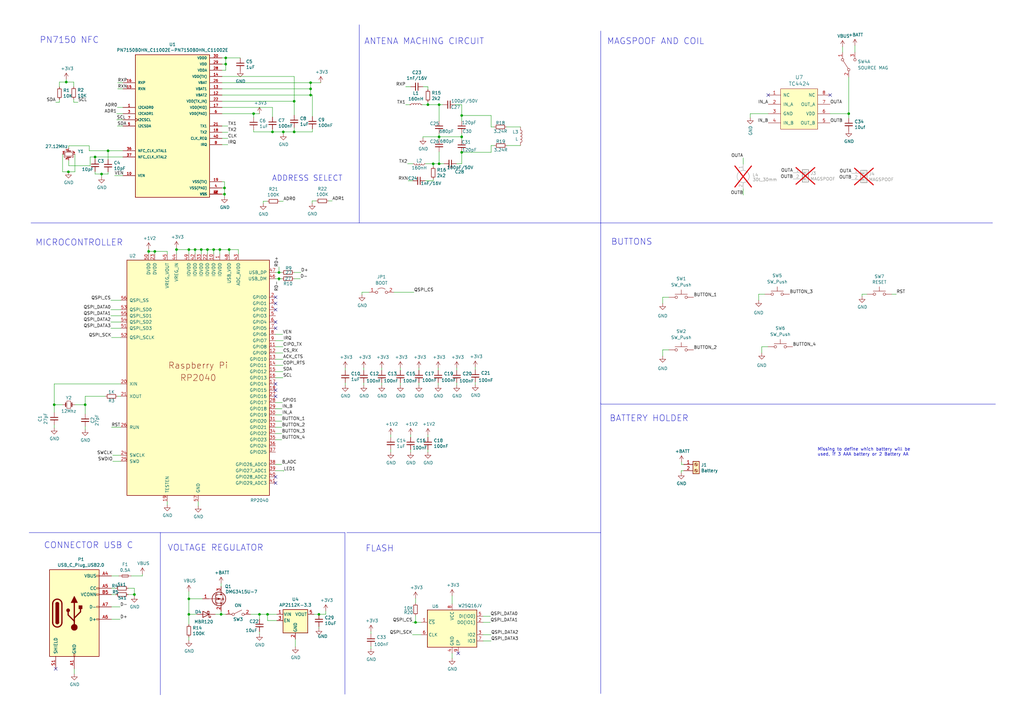
<source format=kicad_sch>
(kicad_sch (version 20250114) (generator "eeschema") (generator_version "9.0")
  (paper "A3")
  (text "ANTENA MACHING CIRCUIT" (at 149.352 18.542 0) (effects (font (size 2.54 2.54)) (justify left bottom)))
  (text "CONNECTOR USB C" (at 36.322 223.774 0) (effects (font (size 2.54 2.54))))
  (text "PN7150 NFC" (at 16.256 18.034 0) (effects (font (size 2.54 2.54)) (justify left bottom)))
  (text "BATTERY HOLDER" (at 266.192 171.704 0) (effects (font (size 2.54 2.54))))
  (text "BUTTONS" (at 259.08 99.314 0) (effects (font (size 2.54 2.54))))
  (text "MAGSPOOF AND COIL" (at 248.92 18.542 0) (effects (font (size 2.54 2.54)) (justify left bottom)))
  (text "Missing to define which battery will be \nused, if 3 AAA battery or 2 Battery AA" (exclude_from_sim yes) (at 335.28 185.42 0) (effects (font (size 1.27 1.27)) (justify left)))
  (text "MICROCONTROLLER" (at 14.478 101.092 0) (effects (font (size 2.54 2.54)) (justify left bottom)))
  (text "VOLTAGE REGULATOR" (at 88.392 224.79 0) (effects (font (size 2.54 2.54))))
  (text "FLASH" (at 149.86 226.568 0) (effects (font (size 2.54 2.54)) (justify left bottom)))
  (text "ADDRESS SELECT" (at 111.506 74.549 0) (effects (font (size 2.2606 2.2606)) (justify left bottom)))
  (junction (at 41.656 71.374))
  (junction (at 111.76 54.102))
  (junction (at 92.583 26.289))
  (junction (at 27.178 33.655))
  (junction (at 82.55 102.362))
  (junction (at 180.086 42.926))
  (junction (at 92.075 79.629))
  (junction (at 90.17 102.362))
  (junction (at 77.47 102.362))
  (junction (at 177.673 67.183))
  (junction (at 106.426 251.968))
  (junction (at 127.381 36.449))
  (junction (at 120.65 54.102))
  (junction (at 92.583 23.749))
  (junction (at 180.086 67.183))
  (junction (at 127.381 33.909))
  (junction (at 120.65 41.529))
  (junction (at 189.357 56.134))
  (junction (at 72.39 102.362))
  (junction (at 180.086 56.134))
  (junction (at 189.357 62.484))
  (junction (at 109.728 251.968))
  (junction (at 77.47 251.968))
  (junction (at 63.5 103.124))
  (junction (at 90.678 251.968))
  (junction (at 170.434 255.27))
  (junction (at 104.013 46.609))
  (junction (at 22.225 165.989))
  (junction (at 116.205 54.102))
  (junction (at 130.81 251.968))
  (junction (at 348.107 46.609))
  (junction (at 28.067 70.485))
  (junction (at 85.09 102.362))
  (junction (at 38.989 64.389))
  (junction (at 93.98 102.362))
  (junction (at 55.118 243.84))
  (junction (at 92.075 77.089))
  (junction (at 34.925 165.989))
  (junction (at 114.427 111.76))
  (junction (at 60.96 103.124))
  (junction (at 77.47 245.618))
  (junction (at 127.381 38.989))
  (junction (at 87.63 102.362))
  (junction (at 44.323 61.849))
  (junction (at 189.357 47.371))
  (junction (at 175.514 42.926))
  (junction (at 114.427 114.3))
  (junction (at 80.01 102.362))
  (no_connect (at 113.03 195.58))
  (no_connect (at 113.03 134.62))
  (no_connect (at 113.03 124.46))
  (no_connect (at 22.86 274.32))
  (no_connect (at 187.96 267.97))
  (no_connect (at 113.03 121.92))
  (no_connect (at 113.03 198.12))
  (no_connect (at 113.03 157.48))
  (no_connect (at 113.03 127))
  (no_connect (at 113.03 160.02))
  (no_connect (at 113.03 162.56))
  (no_connect (at 113.03 132.08))
  (no_connect (at 340.487 38.989))
  (no_connect (at 315.087 38.989))
  (wire (pts (xy 170.434 247.396) (xy 170.434 245.364)))
  (wire (pts (xy 93.98 102.362) (xy 90.17 102.362)))
  (wire (pts (xy 91.059 51.689) (xy 93.472 51.689)))
  (wire (pts (xy 49.53 129.54) (xy 45.466 129.54)))
  (wire (pts (xy 25.654 70.485) (xy 25.654 63.246)))
  (wire (pts (xy 50.419 49.149) (xy 47.879 49.149)))
  (wire (pts (xy 175.514 41.783) (xy 175.514 42.926)))
  (wire (pts (xy 177.673 74.168) (xy 174.371 74.168)))
  (wire (pts (xy 127.381 36.449) (xy 127.381 33.909)))
  (wire (pts (xy 52.578 241.3) (xy 55.118 241.3)))
  (wire (pts (xy 168.402 35.56) (xy 166.37 35.56)))
  (wire (pts (xy 365.76 120.65) (xy 367.665 120.65)))
  (wire (pts (xy 92.075 79.629) (xy 92.075 77.089)))
  (wire (pts (xy 207.899 59.69) (xy 213.487 59.69)))
  (wire (pts (xy 72.39 104.14) (xy 72.39 102.362)))
  (wire (pts (xy 27.178 33.655) (xy 27.178 32.512)))
  (wire (pts (xy 175.514 42.926) (xy 180.086 42.926)))
  (wire (pts (xy 82.55 102.362) (xy 85.09 102.362)))
  (wire (pts (xy 92.075 77.089) (xy 92.075 74.549)))
  (wire (pts (xy 151.384 119.888) (xy 148.463 119.888)))
  (wire (pts (xy 49.53 189.23) (xy 46.228 189.23)))
  (wire (pts (xy 114.427 114.3) (xy 115.57 114.3)))
  (wire (pts (xy 49.53 123.19) (xy 45.466 123.19)))
  (wire (pts (xy 49.53 162.56) (xy 48.26 162.56)))
  (wire (pts (xy 345.567 19.177) (xy 345.567 21.463)))
  (wire (pts (xy 77.47 251.968) (xy 77.47 245.618)))
  (wire (pts (xy 44.323 70.485) (xy 44.323 71.374)))
  (wire (pts (xy 38.989 64.389) (xy 50.419 64.389)))
  (wire (pts (xy 92.583 23.749) (xy 91.059 23.749)))
  (wire (pts (xy 340.487 46.609) (xy 348.107 46.609)))
  (wire (pts (xy 113.03 170.18) (xy 115.697 170.18)))
  (wire (pts (xy 90.678 240.538) (xy 90.678 239.268)))
  (wire (pts (xy 49.53 134.62) (xy 45.466 134.62)))
  (wire (pts (xy 53.848 236.22) (xy 58.42 236.22)))
  (wire (pts (xy 45.72 241.3) (xy 47.498 241.3)))
  (wire (pts (xy 311.15 120.65) (xy 311.15 123.19)))
  (wire (pts (xy 198.12 262.89) (xy 201.422 262.89)))
  (wire (pts (xy 80.01 104.14) (xy 80.01 102.362)))
  (wire (pts (xy 104.013 54.102) (xy 111.76 54.102)))
  (wire (pts (xy 314.96 142.24) (xy 312.42 142.24)))
  (wire (pts (xy 113.03 190.5) (xy 115.57 190.5)))
  (wire (pts (xy 130.81 257.048) (xy 130.81 257.683)))
  (wire (pts (xy 114.427 115.189) (xy 114.427 114.3)))
  (wire (pts (xy 180.086 62.23) (xy 180.086 67.183)))
  (wire (pts (xy 109.728 251.968) (xy 113.538 251.968)))
  (wire (pts (xy 104.013 46.609) (xy 106.426 46.609)))
  (wire (pts (xy 111.76 44.069) (xy 91.059 44.069)))
  (wire (pts (xy 45.72 248.92) (xy 49.276 248.92)))
  (wire (pts (xy 24.384 33.655) (xy 27.178 33.655)))
  (wire (pts (xy 168.021 42.926) (xy 166.37 42.926)))
  (wire (pts (xy 106.426 259.08) (xy 106.426 260.096)))
  (wire (pts (xy 180.086 56.134) (xy 180.086 57.15)))
  (wire (pts (xy 92.075 79.629) (xy 92.075 80.645)))
  (wire (pts (xy 72.39 102.362) (xy 72.39 101.6)))
  (wire (pts (xy 38.989 70.358) (xy 38.989 71.374)))
  (wire (pts (xy 50.419 51.689) (xy 48.133 51.689)))
  (wire (pts (xy 113.03 144.78) (xy 116.078 144.78)))
  (wire (pts (xy 116.205 54.102) (xy 120.65 54.102)))
  (wire (pts (xy 91.059 56.769) (xy 93.472 56.769)))
  (wire (pts (xy 38.989 65.278) (xy 38.989 64.389)))
  (wire (pts (xy 91.059 41.529) (xy 120.65 41.529)))
  (wire (pts (xy 194.945 156.718) (xy 194.945 157.734)))
  (wire (pts (xy 113.03 137.16) (xy 115.951 137.16)))
  (wire (pts (xy 91.059 54.229) (xy 93.472 54.229)))
  (wire (pts (xy 201.422 59.69) (xy 201.422 62.484)))
  (wire (pts (xy 274.32 143.51) (xy 271.78 143.51)))
  (wire (pts (xy 172.72 255.27) (xy 170.434 255.27)))
  (wire (pts (xy 93.98 104.14) (xy 93.98 102.362)))
  (wire (pts (xy 185.42 267.97) (xy 185.42 270.002)))
  (wire (pts (xy 50.419 61.849) (xy 44.323 61.849)))
  (wire (pts (xy 189.357 47.371) (xy 201.422 47.371)))
  (wire (pts (xy 85.09 104.14) (xy 85.09 102.362)))
  (wire (pts (xy 72.39 102.362) (xy 77.47 102.362)))
  (wire (pts (xy 130.81 251.968) (xy 133.604 251.968)))
  (wire (pts (xy 45.72 236.22) (xy 48.768 236.22)))
  (wire (pts (xy 198.12 260.35) (xy 201.422 260.35)))
  (wire (pts (xy 201.422 52.07) (xy 202.692 52.07)))
  (polyline (pts (xy 12.7 91.44) (xy 246.38 91.44)))
  (wire (pts (xy 49.53 127) (xy 45.466 127)))
  (wire (pts (xy 198.12 252.73) (xy 201.168 252.73)))
  (polyline (pts (xy 65.786 218.44) (xy 65.786 284.988)))
  (wire (pts (xy 77.47 261.239) (xy 77.47 262.636)))
  (wire (pts (xy 141.605 151.892) (xy 141.605 150.876)))
  (wire (pts (xy 186.69 42.926) (xy 189.357 42.926)))
  (wire (pts (xy 36.576 61.849) (xy 36.576 59.817)))
  (wire (pts (xy 68.58 103.124) (xy 63.5 103.124)))
  (wire (pts (xy 348.107 48.514) (xy 348.107 46.609)))
  (wire (pts (xy 120.65 54.102) (xy 128.143 54.102)))
  (wire (pts (xy 91.059 59.309) (xy 93.472 59.309)))
  (wire (pts (xy 179.705 156.972) (xy 179.705 157.988)))
  (wire (pts (xy 81.28 205.74) (xy 81.28 207.518)))
  (wire (pts (xy 44.323 65.405) (xy 44.323 61.849)))
  (wire (pts (xy 115.57 172.72) (xy 113.03 172.72)))
  (wire (pts (xy 24.384 41.91) (xy 22.86 41.91)))
  (wire (pts (xy 120.65 111.76) (xy 123.444 111.76)))
  (wire (pts (xy 77.47 251.968) (xy 77.47 256.159)))
  (wire (pts (xy 24.384 35.687) (xy 24.384 33.655)))
  (wire (pts (xy 350.647 18.669) (xy 350.647 21.463)))
  (wire (pts (xy 170.434 255.27) (xy 169.164 255.27)))
  (wire (pts (xy 355.6 120.65) (xy 353.568 120.65)))
  (wire (pts (xy 120.65 52.324) (xy 120.65 54.102)))
  (wire (pts (xy 304.8 64.77) (xy 304.8 67.31)))
  (wire (pts (xy 50.419 33.909) (xy 48.26 33.909)))
  (wire (pts (xy 202.819 59.69) (xy 201.422 59.69)))
  (wire (pts (xy 90.678 250.698) (xy 90.678 251.968)))
  (wire (pts (xy 113.03 114.3) (xy 114.427 114.3)))
  (wire (pts (xy 113.03 175.26) (xy 115.57 175.26)))
  (wire (pts (xy 113.03 177.8) (xy 115.57 177.8)))
  (wire (pts (xy 68.58 104.14) (xy 68.58 103.124)))
  (wire (pts (xy 91.059 26.289) (xy 92.583 26.289)))
  (wire (pts (xy 28.194 59.817) (xy 28.194 60.706)))
  (wire (pts (xy 60.96 104.14) (xy 60.96 103.124)))
  (polyline (pts (xy 246.38 12.7) (xy 246.38 91.44)))
  (wire (pts (xy 271.78 143.51) (xy 271.78 146.05)))
  (wire (pts (xy 111.76 53.086) (xy 111.76 54.102)))
  (wire (pts (xy 111.76 54.102) (xy 116.205 54.102)))
  (wire (pts (xy 68.58 205.74) (xy 68.58 207.01)))
  (polyline (pts (xy 11.938 218.44) (xy 65.786 218.44)))
  (wire (pts (xy 22.225 175.514) (xy 22.225 174.244)))
  (wire (pts (xy 36.957 64.389) (xy 38.989 64.389)))
  (wire (pts (xy 60.96 103.124) (xy 63.5 103.124)))
  (wire (pts (xy 50.419 46.609) (xy 47.879 46.609)))
  (wire (pts (xy 60.96 103.124) (xy 60.96 102.108)))
  (wire (pts (xy 27.178 33.655) (xy 30.226 33.655)))
  (wire (pts (xy 92.583 28.829) (xy 92.583 26.289)))
  (wire (pts (xy 49.53 186.69) (xy 46.228 186.69)))
  (wire (pts (xy 30.734 63.246) (xy 30.734 70.485)))
  (wire (pts (xy 91.059 28.829) (xy 92.583 28.829)))
  (wire (pts (xy 189.357 67.183) (xy 189.357 62.484)))
  (wire (pts (xy 97.79 104.14) (xy 97.79 102.362)))
  (wire (pts (xy 141.605 156.972) (xy 141.605 157.988)))
  (wire (pts (xy 187.325 151.892) (xy 187.325 150.876)))
  (wire (pts (xy 92.583 23.749) (xy 98.552 23.749)))
  (wire (pts (xy 274.32 121.92) (xy 271.78 121.92)))
  (wire (pts (xy 279.4 193.04) (xy 279.4 193.929)))
  (wire (pts (xy 24.384 40.767) (xy 24.384 41.91)))
  (wire (pts (xy 177.673 68.326) (xy 177.673 67.183)))
  (wire (pts (xy 22.225 165.989) (xy 25.654 165.989)))
  (wire (pts (xy 28.194 65.786) (xy 28.194 67.945)))
  (wire (pts (xy 104.013 46.609) (xy 104.013 48.133)))
  (wire (pts (xy 52.578 243.84) (xy 55.118 243.84)))
  (wire (pts (xy 127.381 33.909) (xy 131.572 33.909)))
  (wire (pts (xy 41.656 71.374) (xy 41.656 72.517)))
  (wire (pts (xy 189.357 42.926) (xy 189.357 47.371)))
  (wire (pts (xy 80.645 251.968) (xy 77.47 251.968)))
  (wire (pts (xy 30.48 274.32) (xy 30.48 276.352)))
  (wire (pts (xy 315.087 46.609) (xy 307.721 46.609)))
  (wire (pts (xy 168.402 179.324) (xy 168.402 178.308)))
  (polyline (pts (xy 246.38 218.44) (xy 246.38 284.48)))
  (polyline (pts (xy 407.035 91.44) (xy 407.035 91.44)))
  (wire (pts (xy 160.274 179.324) (xy 160.274 178.308)))
  (polyline (pts (xy 408.305 165.735) (xy 246.38 165.735)))
  (wire (pts (xy 152.146 265.049) (xy 152.146 266.065)))
  (wire (pts (xy 187.325 156.972) (xy 187.325 157.988)))
  (wire (pts (xy 91.059 31.369) (xy 120.65 31.369)))
  (wire (pts (xy 313.69 120.65) (xy 311.15 120.65)))
  (wire (pts (xy 30.734 165.989) (xy 34.925 165.989)))
  (wire (pts (xy 279.527 190.5) (xy 279.527 189.484)))
  (wire (pts (xy 55.118 243.84) (xy 55.118 244.475)))
  (wire (pts (xy 114.427 111.76) (xy 115.57 111.76)))
  (wire (pts (xy 55.118 241.3) (xy 55.118 243.84)))
  (wire (pts (xy 170.434 252.476) (xy 170.434 255.27)))
  (wire (pts (xy 133.604 251.968) (xy 133.604 250.571)))
  (wire (pts (xy 168.402 184.404) (xy 168.402 185.42)))
  (wire (pts (xy 45.72 254) (xy 49.276 254)))
  (wire (pts (xy 169.418 67.183) (xy 167.132 67.183)))
  (wire (pts (xy 160.274 184.404) (xy 160.274 185.42)))
  (wire (pts (xy 116.205 54.102) (xy 116.205 54.864)))
  (wire (pts (xy 116.332 193.04) (xy 116.332 193.294)))
  (wire (pts (xy 98.552 23.749) (xy 98.552 23.876)))
  (wire (pts (xy 156.591 156.972) (xy 156.591 157.988)))
  (polyline (pts (xy 65.786 218.44) (xy 141.478 218.44)))
  (wire (pts (xy 111.76 48.006) (xy 111.76 44.069)))
  (wire (pts (xy 280.416 193.04) (xy 279.4 193.04)))
  (wire (pts (xy 30.226 40.64) (xy 30.226 41.91)))
  (wire (pts (xy 50.419 36.449) (xy 48.26 36.449)))
  (wire (pts (xy 113.03 147.32) (xy 116.078 147.32)))
  (wire (pts (xy 58.42 236.22) (xy 58.42 235.458)))
  (wire (pts (xy 106.426 251.968) (xy 109.728 251.968)))
  (wire (pts (xy 77.47 104.14) (xy 77.47 102.362)))
  (wire (pts (xy 164.211 151.892) (xy 164.211 150.876)))
  (wire (pts (xy 50.419 72.009) (xy 46.99 72.009)))
  (wire (pts (xy 91.059 33.909) (xy 127.381 33.909)))
  (wire (pts (xy 189.357 56.134) (xy 180.086 56.134)))
  (wire (pts (xy 34.925 165.989) (xy 34.925 169.799)))
  (wire (pts (xy 120.65 41.529) (xy 120.65 47.244)))
  (wire (pts (xy 91.059 38.989) (xy 127.381 38.989)))
  (wire (pts (xy 127.381 38.989) (xy 127.381 36.449)))
  (wire (pts (xy 36.576 61.849) (xy 44.323 61.849)))
  (wire (pts (xy 80.01 102.362) (xy 82.55 102.362)))
  (wire (pts (xy 34.925 162.56) (xy 34.925 165.989)))
  (wire (pts (xy 91.059 46.609) (xy 104.013 46.609)))
  (wire (pts (xy 87.63 102.362) (xy 90.17 102.362)))
  (wire (pts (xy 97.79 102.362) (xy 93.98 102.362)))
  (polyline (pts (xy 246.38 165.735) (xy 246.38 165.1)))
  (polyline (pts (xy 147.32 10.16) (xy 147.32 91.44)))
  (wire (pts (xy 36.576 59.817) (xy 28.194 59.817)))
  (wire (pts (xy 175.514 42.926) (xy 173.101 42.926)))
  (wire (pts (xy 34.925 176.149) (xy 34.925 174.879)))
  (wire (pts (xy 175.514 184.404) (xy 175.514 185.42)))
  (wire (pts (xy 109.601 82.55) (xy 107.95 82.55)))
  (polyline (pts (xy 142.24 218.44) (xy 246.38 218.44)))
  (wire (pts (xy 113.03 193.04) (xy 116.332 193.04)))
  (wire (pts (xy 34.925 162.56) (xy 43.18 162.56)))
  (wire (pts (xy 92.075 74.549) (xy 91.059 74.549)))
  (wire (pts (xy 180.086 54.737) (xy 180.086 56.134)))
  (wire (pts (xy 180.086 42.926) (xy 181.61 42.926)))
  (wire (pts (xy 113.03 142.24) (xy 116.078 142.24)))
  (wire (pts (xy 106.426 254) (xy 106.426 251.968)))
  (wire (pts (xy 149.225 151.892) (xy 149.225 150.876)))
  (wire (pts (xy 77.47 245.618) (xy 77.47 242.57)))
  (wire (pts (xy 83.058 245.618) (xy 77.47 245.618)))
  (wire (pts (xy 30.226 33.655) (xy 30.226 35.56)))
  (polyline (pts (xy 246.38 91.44) (xy 246.38 218.44)))
  (wire (pts (xy 28.067 70.485) (xy 25.654 70.485)))
  (wire (pts (xy 304.8 80.01) (xy 304.8 77.47)))
  (wire (pts (xy 171.831 151.892) (xy 171.831 150.876)))
  (wire (pts (xy 22.225 157.48) (xy 22.225 165.989)))
  (wire (pts (xy 128.143 54.102) (xy 128.143 52.832)))
  (wire (pts (xy 148.463 119.888) (xy 148.463 120.904)))
  (wire (pts (xy 207.772 52.07) (xy 213.487 52.07)))
  (wire (pts (xy 198.12 255.27) (xy 201.168 255.27)))
  (wire (pts (xy 102.743 251.968) (xy 106.426 251.968)))
  (wire (pts (xy 113.03 111.76) (xy 114.427 111.76)))
  (wire (pts (xy 113.03 149.86) (xy 116.078 149.86)))
  (wire (pts (xy 348.107 31.623) (xy 348.107 46.609)))
  (wire (pts (xy 152.146 259.969) (xy 152.146 258.953)))
  (wire (pts (xy 50.419 44.069) (xy 48.133 44.069)))
  (wire (pts (xy 44.323 71.374) (xy 41.656 71.374)))
  (wire (pts (xy 194.945 151.638) (xy 194.945 150.622)))
  (wire (pts (xy 175.514 36.703) (xy 175.514 35.56)))
  (wire (pts (xy 171.831 156.972) (xy 171.831 157.988)))
  (wire (pts (xy 107.95 82.55) (xy 107.95 83.439)))
  (wire (pts (xy 113.03 180.34) (xy 115.57 180.34)))
  (wire (pts (xy 114.427 109.474) (xy 114.427 111.76)))
  (wire (pts (xy 128.778 251.968) (xy 130.81 251.968)))
  (wire (pts (xy 36.957 67.945) (xy 36.957 64.389)))
  (wire (pts (xy 49.53 138.43) (xy 45.72 138.43)))
  (wire (pts (xy 120.65 31.369) (xy 120.65 41.529)))
  (wire (pts (xy 136.271 82.423) (xy 134.747 82.423)))
  (wire (pts (xy 189.357 62.484) (xy 201.422 62.484)))
  (wire (pts (xy 127.381 38.989) (xy 128.143 38.989)))
  (wire (pts (xy 90.17 102.362) (xy 90.17 104.14)))
  (wire (pts (xy 189.357 57.404) (xy 189.357 56.134)))
  (wire (pts (xy 85.09 102.362) (xy 87.63 102.362)))
  (wire (pts (xy 161.544 119.888) (xy 169.799 119.888)))
  (wire (pts (xy 185.42 247.65) (xy 185.42 244.348)))
  (wire (pts (xy 109.728 254.508) (xy 113.538 254.508)))
  (wire (pts (xy 120.65 114.3) (xy 123.19 114.3)))
  (wire (pts (xy 128.016 82.423) (xy 128.016 83.312)))
  (wire (pts (xy 113.03 139.7) (xy 116.205 139.7)))
  (wire (pts (xy 63.5 103.124) (xy 63.5 104.14)))
  (wire (pts (xy 77.47 102.362) (xy 80.01 102.362)))
  (wire (pts (xy 113.03 152.4) (xy 116.078 152.4)))
  (wire (pts (xy 353.568 120.65) (xy 353.568 121.539)))
  (wire (pts (xy 91.059 79.629) (xy 92.075 79.629)))
  (wire (pts (xy 177.673 73.406) (xy 177.673 74.168)))
  (wire (pts (xy 109.728 254.508) (xy 109.728 251.968)))
  (wire (pts (xy 82.55 104.14) (xy 82.55 102.362)))
  (wire (pts (xy 180.086 56.134) (xy 173.482 56.134)))
  (wire (pts (xy 307.721 46.609) (xy 307.721 48.26)))
  (wire (pts (xy 22.225 165.989) (xy 22.225 169.164)))
  (wire (pts (xy 164.211 156.972) (xy 164.211 157.988)))
  (wire (pts (xy 30.226 41.91) (xy 32.004 41.91)))
  (wire (pts (xy 179.705 151.892) (xy 179.705 150.876)))
  (wire (pts (xy 113.03 167.64) (xy 115.697 167.64)))
  (wire (pts (xy 87.63 104.14) (xy 87.63 102.362)))
  (wire (pts (xy 104.013 53.213) (xy 104.013 54.102)))
  (wire (pts (xy 180.086 42.926) (xy 180.086 49.657)))
  (wire (pts (xy 113.03 165.1) (xy 115.824 165.1)))
  (wire (pts (xy 280.416 190.5) (xy 279.527 190.5)))
  (polyline (pts (xy 246.38 91.44) (xy 407.035 91.44)))
  (wire (pts (xy 182.118 67.183) (xy 180.086 67.183)))
  (wire (pts (xy 49.53 157.48) (xy 22.225 157.48)))
  (wire (pts (xy 189.357 47.371) (xy 189.357 49.657)))
  (wire (pts (xy 129.667 82.423) (xy 128.016 82.423)))
  (wire (pts (xy 91.059 77.089) (xy 92.075 77.089)))
  (wire (pts (xy 201.422 47.371) (xy 201.422 52.07)))
  (wire (pts (xy 49.53 175.26) (xy 45.72 175.26)))
  (wire (pts (xy 189.357 56.134) (xy 189.357 54.737)))
  (wire (pts (xy 173.482 56.134) (xy 173.482 56.642)))
  (wire (pts (xy 172.72 260.35) (xy 169.164 260.35)))
  (wire (pts (xy 128.143 38.989) (xy 128.143 47.752)))
  (wire (pts (xy 149.225 156.972) (xy 149.225 157.988)))
  (polyline (pts (xy 141.478 218.44) (xy 141.478 284.734)))
  (wire (pts (xy 90.678 251.968) (xy 88.265 251.968)))
  (wire (pts (xy 187.198 67.183) (xy 189.357 67.183)))
  (wire (pts (xy 45.72 243.84) (xy 47.498 243.84)))
  (wire (pts (xy 271.78 121.92) (xy 271.78 124.46)))
  (wire (pts (xy 177.673 67.183) (xy 174.498 67.183)))
  (wire (pts (xy 92.583 26.289) (xy 92.583 23.749)))
  (wire (pts (xy 175.514 35.56) (xy 173.482 35.56)))
  (wire (pts (xy 156.591 151.892) (xy 156.591 150.876)))
  (wire (pts (xy 49.53 132.08) (xy 45.466 132.08)))
  (wire (pts (xy 312.42 142.24) (xy 312.42 144.78)))
  (wire (pts (xy 116.205 82.55) (xy 114.681 82.55)))
  (wire (pts (xy 121.158 262.128) (xy 121.158 265.303)))
  (wire (pts (xy 91.059 36.449) (xy 127.381 36.449)))
  (wire (pts (xy 113.03 154.94) (xy 116.078 154.94)))
  (wire (pts (xy 30.734 70.485) (xy 28.067 70.485)))
  (wire (pts (xy 169.291 74.168) (xy 167.386 74.168)))
  (wire (pts (xy 38.989 71.374) (xy 41.656 71.374)))
  (wire (pts (xy 92.583 251.968) (xy 90.678 251.968)))
  (wire (pts (xy 175.514 179.324) (xy 175.514 178.308)))
  (wire (pts (xy 28.194 67.945) (xy 36.957 67.945)))
  (wire (pts (xy 180.086 67.183) (xy 177.673 67.183)))
  (label "IN_B" (at 315.087 50.419 180))
  (label "BUTTON_2" (at 115.57 175.26 0))
  (label "RD-" (at 114.427 115.189 270))
  (label "CS_RX" (at 116.078 144.78 0))
  (label "QSPI_DATA3" (at 201.422 262.89 0))
  (label "VEN" (at 46.99 72.009 0))
  (label "TX1" (at 93.472 51.689 0))
  (label "IRQ" (at 93.472 59.309 0))
  (label "TX2" (at 167.132 67.183 180))
  (label "QSPI_DATA2" (at 201.422 260.35 0))
  (label "IN_A" (at 315.087 42.799 180))
  (label "RST" (at 367.665 120.65 0))
  (label "IN_A" (at 115.697 170.18 0))
  (label "ADR0" (at 116.205 82.55 0))
  (label "RXP" (at 48.26 33.909 0))
  (label "SWCLK" (at 46.228 186.69 180))
  (label "CLK" (at 93.472 56.769 0))
  (label "BUTTON_4" (at 115.57 180.34 0))
  (label "QSPI_DATA3" (at 45.466 134.62 180))
  (label "BUTTON_4" (at 325.12 142.24 0))
  (label "BUTTON_3" (at 115.57 177.8 0))
  (label "B_ADC" (at 115.57 190.5 0))
  (label "RST" (at 45.72 175.26 0))
  (label "RXN" (at 167.386 74.168 180))
  (label "QSPI_DATA1" (at 45.466 129.54 180))
  (label "D+" (at 123.444 111.76 0))
  (label "QSPI_SCK" (at 169.164 260.35 180))
  (label "OUTA" (at 304.8 64.77 180))
  (label "SDA" (at 116.078 152.4 0))
  (label "COPI_RTS" (at 116.078 149.86 0))
  (label "TX2" (at 93.472 54.229 0))
  (label "OUTB" (at 325.247 73.406 180))
  (label "QSPI_DATA2" (at 45.466 132.08 180))
  (label "TX1" (at 166.37 42.926 180))
  (label "ADR0" (at 48.133 44.069 180))
  (label "SCL" (at 32.004 41.91 0))
  (label "OUTB" (at 349.25 73.66 180))
  (label "OUTB" (at 340.487 50.419 0))
  (label "LED1" (at 116.332 193.294 0))
  (label "SDA" (at 22.86 41.91 180))
  (label "ADR1" (at 136.271 82.423 0))
  (label "IRQ" (at 116.205 139.7 0))
  (label "OUTA" (at 340.487 42.799 0))
  (label "D-" (at 49.276 248.92 0))
  (label "RXP" (at 166.37 35.56 180))
  (label "SWDIO" (at 46.228 189.23 180))
  (label "OUTA" (at 325.247 70.866 180))
  (label "OUTA" (at 349.25 71.12 180))
  (label "QSPI_DATA0" (at 45.466 127 180))
  (label "OUTB" (at 304.8 80.01 180))
  (label "SCL" (at 47.879 49.149 0))
  (label "VEN" (at 115.951 137.16 0))
  (label "GPIO1" (at 115.824 165.1 0))
  (label "D-" (at 123.19 114.3 0))
  (label "BUTTON_1" (at 115.57 172.72 0))
  (label "QSPI_SCK" (at 45.72 138.43 180))
  (label "QSPI_CS" (at 169.799 119.888 0))
  (label "RD+" (at 114.427 109.474 90))
  (label "SCL" (at 116.078 154.94 0))
  (label "QSPI_CS" (at 45.466 123.19 180))
  (label "QSPI_DATA1" (at 201.168 255.27 0))
  (label "BUTTON_1" (at 284.48 121.92 0))
  (label "ACK_CTS" (at 116.078 147.32 0))
  (label "QSPI_DATA0" (at 201.168 252.73 0))
  (label "CIPO_TX" (at 116.078 142.24 0))
  (label "IN_B" (at 115.697 167.64 0))
  (label "BUTTON_3" (at 323.85 120.65 0))
  (label "ADR1" (at 47.879 46.609 180))
  (label "BUTTON_2" (at 284.48 143.51 0))
  (label "SDA" (at 48.133 51.689 0))
  (label "RXN" (at 48.26 36.449 0))
  (label "D+" (at 49.276 254 0))
  (label "QSPI_CS" (at 169.164 255.27 180))
  (symbol (lib_id "Device:C_Small") (at 141.605 154.432 0) (unit 1)
    (property "Reference" "C10" (at 143.9418 153.2636 0) (effects (justify left)))
    (property "Value" "1uF" (at 143.9418 155.575 0) (effects (justify left)))
    (property "Footprint" "Capacitor_SMD:C_0603_1608Metric" (effects (hide yes)))
    (property "Datasheet" "https://datasheet.lcsc.com/lcsc/1810261812_Samsung-Electro-Mechanics-CL10A105KB8NNNC_C15849.pdf" (effects (hide yes)))
    (property "LCSC#" "C15849" (effects (hide yes)))
    (property "provedor" "LCSC" (effects (hide yes)))
  )
  (symbol (lib_id "Switch:SW_Push") (at 360.68 120.65 0) (unit 1)
    (property "Reference" "SW7" (at 360.68 113.411 0))
    (property "Value" "RESET" (at 360.68 115.7224 0))
    (property "Footprint" "Button_Switch_SMD:SW_SPST_TL3342" (effects (hide yes)))
    (property "Datasheet" "https://datasheet.lcsc.com/lcsc/2205161616_E-Switch-TL3342F450QG_C2886897.pdf" (effects (hide yes)))
    (property "LCSC#" "C2886897" (effects (hide yes)))
    (property "provedor" "LCSC" (effects (hide yes)))
  )
  (symbol (lib_id "Device:C_Small") (at 38.989 67.818 0) (unit 1)
    (property "Reference" "C3" (at 40.005 66.04 0) (effects (justify left)))
    (property "Value" "10pF" (at 33.528 69.469 0) (effects (justify left)))
    (property "Footprint" "Capacitor_SMD:C_0603_1608Metric" (effects (hide yes)))
    (property "Datasheet" "https://datasheet.lcsc.com/lcsc/1912111437_CCTC-TCC0603COG100J500CT_C376764.pdf" (effects (hide yes)))
    (property "manf#" "CC0603JRNPO9BN100" (effects (hide yes)))
    (property "provedor" "LCSC" (effects (hide yes)))
    (property "LCSC#" "C106245" (effects (hide yes)))
  )
  (symbol (lib_id "power:GND") (at 164.211 157.988 0) (unit 1)
    (property "Reference" "#PWR038" (effects (hide yes)))
    (property "Value" "GND" (at 164.338 162.3822 0))
  )
  (symbol (lib_id "Device:R_Small") (at 118.11 111.76 270) (unit 1)
    (property "Reference" "R9" (at 118.364 109.982 90))
    (property "Value" "27" (at 118.364 111.76 90))
    (property "Footprint" "Resistor_SMD:R_0603_1608Metric" (effects (hide yes)))
    (property "Datasheet" "https://datasheet.lcsc.com/lcsc/1912111437_PANASONIC-ERJ3GEYJ270V_C403464.pdf" (effects (hide yes)))
    (property "LCSC#" "C403464" (effects (hide yes)))
    (property "manf#" "ERJ3GEYJ270V" (effects (hide yes)))
    (property "provedor" "LCSC" (effects (hide yes)))
  )
  (symbol (lib_id "power:+3V3") (at 141.605 150.876 0) (unit 1)
    (property "Reference" "#PWR024" (effects (hide yes)))
    (property "Value" "+3V3" (at 141.986 146.4818 0))
  )
  (symbol (lib_id "Switch:SW_DPDT_x2") (at 348.107 26.543 90) (unit 1)
    (property "Reference" "SW4" (at 351.79 25.2729 90) (effects (justify right)))
    (property "Value" "SOURCE MAG" (at 351.79 27.8129 90) (effects (justify right)))
    (property "Footprint" "BomberCat:JS202011CQN" (effects (hide yes)))
    (property "Datasheet" "https://www.mouser.mx/datasheet/2/60/js-1841892.pdf" (effects (hide yes)))
    (property "manf#" "JS202011CQN" (effects (hide yes)))
    (property "provedor" "MOUSER" (effects (hide yes)))
  )
  (symbol (lib_id "Device:C_Small") (at 164.211 154.432 0) (unit 1)
    (property "Reference" "C15" (at 166.5478 153.2636 0) (effects (justify left)))
    (property "Value" "100nF" (at 165.227 156.21 0) (effects (justify left)))
    (property "Footprint" "Capacitor_SMD:C_0603_1608Metric" (effects (hide yes)))
    (property "Datasheet" "https://datasheet.lcsc.com/lcsc/1912111437_CCTC-TCC0603COG100J500CT_C376764.pdf" (effects (hide yes)))
    (property "LCSC#" "C282519" (effects (hide yes)))
    (property "provedor" "LCSC" (effects (hide yes)))
  )
  (symbol (lib_id "Switch:SW_Push") (at 279.4 143.51 0) (unit 1)
    (property "Reference" "SW2" (at 279.4 135.89 0))
    (property "Value" "SW_Push" (at 279.4 138.43 0))
    (property "Description" "Push button switch, generic, two pins" (effects (hide yes)))
  )
  (symbol (lib_id "Device:Crystal_Small") (at 28.194 165.989 0) (unit 1)
    (property "Reference" "Y2" (at 28.194 163.1696 0))
    (property "Value" "12Mhz" (at 28.194 168.6306 0))
    (property "Footprint" "Crystal:Crystal_SMD_5032-2Pin_5.0x3.2mm" (effects (hide yes)))
    (property "Datasheet" "https://datasheet.lcsc.com/lcsc/2206171645_Shenzhen-SCTF-Elec-SX5A12-000F2010F30_C3035208.pdf" (effects (hide yes)))
    (property "manf#" "445I23D12M00000" (effects (hide yes)))
    (property "provedor" "MOUSER" (effects (hide yes)))
  )
  (symbol (lib_id "power:GND") (at 55.118 244.475 0) (unit 1)
    (property "Reference" "#PWR07" (effects (hide yes)))
    (property "Value" "GND" (at 55.245 248.8692 0))
  )
  (symbol (lib_id "Device:C_Small") (at 120.65 49.784 0) (unit 1)
    (property "Reference" "C8" (at 122.9868 48.6156 0) (effects (justify left)))
    (property "Value" "1uF" (at 122.9868 50.927 0) (effects (justify left)))
    (property "Footprint" "Capacitor_SMD:C_0603_1608Metric" (effects (hide yes)))
    (property "Datasheet" "https://datasheet.lcsc.com/lcsc/1810261812_Samsung-Electro-Mechanics-CL10A105KB8NNNC_C15849.pdf" (effects (hide yes)))
    (property "provedor" "LCSC" (effects (hide yes)))
    (property "LCSC#" "C15849" (effects (hide yes)))
  )
  (symbol (lib_id "power:+3V3") (at 185.42 244.348 0) (unit 1)
    (property "Reference" "#PWR075" (effects (hide yes)))
    (property "Value" "+3V3" (at 185.801 239.9538 0))
  )
  (symbol (lib_id "Device:C_Small") (at 160.274 181.864 0) (unit 1)
    (property "Reference" "C14" (at 162.6108 180.6956 0) (effects (justify left)))
    (property "Value" "1uF" (at 162.6108 183.007 0) (effects (justify left)))
    (property "Footprint" "Capacitor_SMD:C_0603_1608Metric" (effects (hide yes)))
    (property "Datasheet" "https://datasheet.lcsc.com/lcsc/1810261812_Samsung-Electro-Mechanics-CL10A105KB8NNNC_C15849.pdf" (effects (hide yes)))
    (property "LCSC#" "C15849" (effects (hide yes)))
    (property "provedor" "LCSC" (effects (hide yes)))
  )
  (symbol (lib_id "power:GND") (at 179.705 157.988 0) (unit 1)
    (property "Reference" "#PWR050" (effects (hide yes)))
    (property "Value" "GND" (at 179.832 162.3822 0))
  )
  (symbol (lib_id "power:GND") (at 353.568 121.539 0) (unit 1)
    (property "Reference" "#PWR044" (effects (hide yes)))
    (property "Value" "GND" (at 353.695 125.9332 0))
  )
  (symbol (lib_id "Connector:Screw_Terminal_01x02") (at 285.496 190.5 0) (unit 1)
    (property "Reference" "J1" (at 287.528 190.7032 0) (effects (justify left)))
    (property "Value" "Battery" (at 287.528 193.0146 0) (effects (justify left)))
    (property "Footprint" "Connector_PinHeader_2.54mm:PinHeader_1x02_P2.54mm_Vertical" (effects (hide yes)))
    (property "LCSC#" "-" (effects (hide yes)))
    (property "manf#" "-" (effects (hide yes)))
    (property "provedor" "-" (effects (hide yes)))
  )
  (symbol (lib_id "power:GND") (at 168.402 185.42 0) (unit 1)
    (property "Reference" "#PWR043" (effects (hide yes)))
    (property "Value" "GND" (at 168.529 189.8142 0))
  )
  (symbol (lib_id "power:+3V3") (at 131.572 33.909 0) (unit 1)
    (property "Reference" "#PWR022" (effects (hide yes)))
    (property "Value" "+3V3" (at 131.953 29.5148 0))
  )
  (symbol (lib_id "nfc_copy_cat-rescue:GND-MagSpoofTC-cache") (at 307.721 48.26 0) (unit 1)
    (property "Reference" "#PWR073" (effects (hide yes)))
    (property "Value" "GND" (at 307.848 51.5112 90) (effects (justify right)))
  )
  (symbol (lib_id "Device:Q_PMOS_GSD") (at 88.138 245.618 0) (unit 1)
    (property "Reference" "Q1" (at 92.202 240.538 0) (effects (justify left)))
    (property "Value" "DMG3415U-7" (at 92.456 242.697 0) (effects (justify left)))
    (property "Footprint" "Package_TO_SOT_SMD:SOT-23" (effects (hide yes)))
    (property "Datasheet" "https://www.mouser.mx/datasheet/2/115/ds31735-64958.pdf" (effects (hide yes)))
    (property "LCSC#" "C96616" (effects (hide yes)))
    (property "manf#" "DMG3415U-7" (effects (hide yes)))
    (property "provedor" "LCSC" (effects (hide yes)))
  )
  (symbol (lib_id "Switch:SW_SPST") (at 97.663 251.968 0) (unit 1)
    (property "Reference" "SW3" (at 97.663 254 0))
    (property "Value" "ON" (at 97.663 248.3104 0))
    (property "Footprint" "BomberCat:JS102011SAQN" (effects (hide yes)))
    (property "Datasheet" "https://www.mouser.mx/datasheet/2/60/js-1841892.pdf" (effects (hide yes)))
    (property "LCSC#" "-" (effects (hide yes)))
    (property "manf#" "JS102011SAQN" (effects (hide yes)))
    (property "provedor" "MOUSER" (effects (hide yes)))
  )
  (symbol (lib_id "power:+3V3") (at 164.211 150.876 0) (unit 1)
    (property "Reference" "#PWR037" (effects (hide yes)))
    (property "Value" "+3V3" (at 164.592 146.4818 0))
  )
  (symbol (lib_id "Device:C_Small") (at 128.143 50.292 0) (unit 1)
    (property "Reference" "C9" (at 130.4798 49.1236 0) (effects (justify left)))
    (property "Value" "100nF" (at 130.4798 51.435 0) (effects (justify left)))
    (property "Footprint" "Capacitor_SMD:C_0603_1608Metric" (effects (hide yes)))
    (property "Datasheet" "https://datasheet.lcsc.com/lcsc/1811101032_PSA-Prosperity-Dielectrics-FN18X104K500PBG_C235731.pdf" (effects (hide yes)))
    (property "provedor" "LCSC" (effects (hide yes)))
    (property "LCSC#" "C282519" (effects (hide yes)))
  )
  (symbol (lib_id "power:GND") (at 160.274 185.42 0) (unit 1)
    (property "Reference" "#PWR034" (effects (hide yes)))
    (property "Value" "GND" (at 160.401 189.8142 0))
  )
  (symbol (lib_id "power:GND") (at 148.463 120.904 0) (unit 1)
    (property "Reference" "#PWR027" (effects (hide yes)))
    (property "Value" "GND" (at 148.59 125.2982 0))
  )
  (symbol (lib_id "power:GND") (at 34.925 176.149 0) (unit 1)
    (property "Reference" "#PWR05" (effects (hide yes)))
    (property "Value" "GND" (at 35.052 180.5432 0))
  )
  (symbol (lib_id "Device:R_Small") (at 30.226 38.1 0) (unit 1)
    (property "Reference" "R2" (at 31.7246 36.9316 0) (effects (justify left)))
    (property "Value" "10K" (at 31.7246 39.243 0) (effects (justify left)))
    (property "Footprint" "Resistor_SMD:R_0603_1608Metric" (effects (hide yes)))
    (property "Datasheet" "https://datasheet.lcsc.com/lcsc/1811082013_PANASONIC-ERJ3GEYJ103V_C169849.pdf" (effects (hide yes)))
    (property "manf#" "ERJ3GEYJ103V" (effects (hide yes)))
    (property "LCSC#" "C169849" (effects (hide yes)))
    (property "provedor" "LCSC" (effects (hide yes)))
  )
  (symbol (lib_id "power:+BATT") (at 279.527 189.484 0) (unit 1)
    (property "Reference" "#PWR036" (effects (hide yes)))
    (property "Value" "+BATT" (at 279.908 185.0898 0))
  )
  (symbol (lib_id "Device:C_Small") (at 168.402 181.864 0) (unit 1)
    (property "Reference" "C16" (at 170.7388 180.6956 0) (effects (justify left)))
    (property "Value" "100nF" (at 169.164 183.642 0) (effects (justify left)))
    (property "Footprint" "Capacitor_SMD:C_0603_1608Metric" (effects (hide yes)))
    (property "Datasheet" "https://datasheet.lcsc.com/lcsc/1912111437_CCTC-TCC0603COG100J500CT_C376764.pdf" (effects (hide yes)))
    (property "LCSC#" "C282519" (effects (hide yes)))
    (property "provedor" "LCSC" (effects (hide yes)))
  )
  (symbol (lib_id "Device:R_Small") (at 205.232 52.07 270) (unit 1)
    (property "Reference" "R18" (at 205.232 50.419 90))
    (property "Value" "3.24R" (at 205.232 53.848 90))
    (property "Footprint" "Resistor_SMD:R_0603_1608Metric" (effects (hide yes)))
    (property "Datasheet" "https://datasheet.lcsc.com/lcsc/2007151233_YAGEO-RC0603FR-073R4L_C482832.pdf" (effects (hide yes)))
    (property "manf#" "RC0603FR-073R4" (effects (hide yes)))
    (property "provedor" "LCSC" (effects (hide yes)))
    (property "LCSC#" "C482832" (effects (hide yes)))
  )
  (symbol (lib_id "Device:R_Small") (at 205.359 59.69 270) (unit 1)
    (property "Reference" "R19" (at 205.359 58.039 90))
    (property "Value" "3.24R" (at 205.359 61.468 90))
    (property "Footprint" "Resistor_SMD:R_0603_1608Metric" (effects (hide yes)))
    (property "Datasheet" "https://datasheet.lcsc.com/lcsc/2007151233_YAGEO-RC0603FR-073R4L_C482832.pdf" (effects (hide yes)))
    (property "manf#" "RC0603FR-073R4" (effects (hide yes)))
    (property "provedor" "LCSC" (effects (hide yes)))
    (property "LCSC#" "C482832" (effects (hide yes)))
  )
  (symbol (lib_id "power:GND") (at 175.514 185.42 0) (unit 1)
    (property "Reference" "#PWR048" (effects (hide yes)))
    (property "Value" "GND" (at 175.641 189.8142 0))
  )
  (symbol (lib_id "power:+3V3") (at 171.831 150.876 0) (unit 1)
    (property "Reference" "#PWR045" (effects (hide yes)))
    (property "Value" "+3V3" (at 172.212 146.4818 0))
  )
  (symbol (lib_id "power:GND") (at 141.605 157.988 0) (unit 1)
    (property "Reference" "#PWR025" (effects (hide yes)))
    (property "Value" "GND" (at 141.732 162.3822 0))
  )
  (symbol (lib_id "power:+BATT") (at 350.647 18.669 0) (unit 1)
    (property "Reference" "#PWR078" (effects (hide yes)))
    (property "Value" "+BATT" (at 351.028 14.2748 0))
  )
  (symbol (lib_id "Device:C_Small") (at 187.325 154.432 0) (unit 1)
    (property "Reference" "C20" (at 189.6618 153.2636 0) (effects (justify left)))
    (property "Value" "100nF" (at 188.341 156.21 0) (effects (justify left)))
    (property "Footprint" "Capacitor_SMD:C_0603_1608Metric" (effects (hide yes)))
    (property "Datasheet" "https://datasheet.lcsc.com/lcsc/1912111437_CCTC-TCC0603COG100J500CT_C376764.pdf" (effects (hide yes)))
    (property "LCSC#" "C282519" (effects (hide yes)))
    (property "provedor" "LCSC" (effects (hide yes)))
  )
  (symbol (lib_id "nfc_copy_cat-rescue:GND-MagSpoofTC-cache") (at 348.107 53.594 0) (unit 1)
    (property "Reference" "#PWR080" (effects (hide yes)))
    (property "Value" "GND" (at 348.234 57.9882 0))
  )
  (symbol (lib_id "power:GND") (at 187.325 157.988 0) (unit 1)
    (property "Reference" "#PWR054" (effects (hide yes)))
    (property "Value" "GND" (at 187.452 162.3822 0))
  )
  (symbol (lib_id "Device:C_Small") (at 22.225 171.704 0) (unit 1)
    (property "Reference" "C1" (at 16.4084 171.704 90))
    (property "Value" "27pF" (at 18.7198 171.704 90))
    (property "Footprint" "Capacitor_SMD:C_0603_1608Metric" (effects (hide yes)))
    (property "Datasheet" "https://datasheet.lcsc.com/lcsc/2001132237_Chinocera-HGC0402G0220J500NTEJ_C482483.pdf" (effects (hide yes)))
    (property "LCSC#" "C92670" (effects (hide yes)))
    (property "provedor" "LCSC" (effects (hide yes)))
  )
  (symbol (lib_id "power:GND") (at 121.158 265.303 0) (unit 1)
    (property "Reference" "#PWR060" (effects (hide yes)))
    (property "Value" "GND" (at 121.285 269.6972 0))
  )
  (symbol (lib_id "Device:C_Small") (at 106.426 256.54 0) (unit 1)
    (property "Reference" "C22" (at 102.235 254.889 0) (effects (justify left)))
    (property "Value" "10uF" (at 100.711 258.572 0) (effects (justify left)))
    (property "Footprint" "Capacitor_SMD:C_0603_1608Metric" (effects (hide yes)))
    (property "Datasheet" "~https://datasheet.lcsc.com/lcsc/1811021421_Samsung-Electro-Mechanics-CL10A106MP8NNNC_C85713.pdf" (effects (hide yes)))
    (property "provedor" "LCSC" (effects (hide yes)))
    (property "LCSC#" "C85713" (effects (hide yes)))
  )
  (symbol (lib_id "Device:R_Small") (at 170.434 249.936 0) (unit 1)
    (property "Reference" "R20" (at 165.608 251.206 0) (effects (justify left)))
    (property "Value" "10K" (at 165.608 249.428 0) (effects (justify left)))
    (property "Footprint" "Resistor_SMD:R_0603_1608Metric" (effects (hide yes)))
    (property "Datasheet" "https://datasheet.lcsc.com/lcsc/1811082013_PANASONIC-ERJ3GEYJ103V_C169849.pdf" (effects (hide yes)))
    (property "LCSC#" "C169849" (effects (hide yes)))
    (property "manf#" "ERJ3GEYJ103V" (effects (hide yes)))
    (property "provedor" "LCSC" (effects (hide yes)))
  )
  (symbol (lib_id "Device:C_Small") (at 194.945 154.178 0) (unit 1)
    (property "Reference" "C21" (at 197.2818 153.0096 0) (effects (justify left)))
    (property "Value" "100nF" (at 196.215 155.956 0) (effects (justify left)))
    (property "Footprint" "Capacitor_SMD:C_0603_1608Metric" (effects (hide yes)))
    (property "Datasheet" "https://datasheet.lcsc.com/lcsc/1912111437_CCTC-TCC0603COG100J500CT_C376764.pdf" (effects (hide yes)))
    (property "LCSC#" "C282519" (effects (hide yes)))
    (property "provedor" "LCSC" (effects (hide yes)))
  )
  (symbol (lib_id "Device:C_Small") (at 175.514 181.864 0) (unit 1)
    (property "Reference" "C18" (at 177.8508 180.6956 0) (effects (justify left)))
    (property "Value" "100nF" (at 177.8508 183.007 0) (effects (justify left)))
    (property "Footprint" "Capacitor_SMD:C_0603_1608Metric" (effects (hide yes)))
    (property "Datasheet" "https://datasheet.lcsc.com/lcsc/1912111437_CCTC-TCC0603COG100J500CT_C376764.pdf" (effects (hide yes)))
    (property "LCSC#" "C282519" (effects (hide yes)))
    (property "provedor" "LCSC" (effects (hide yes)))
  )
  (symbol (lib_id "power:+3V3") (at 149.225 150.876 0) (unit 1)
    (property "Reference" "#PWR028" (effects (hide yes)))
    (property "Value" "+3V3" (at 149.606 146.4818 0))
  )
  (symbol (lib_id "Device:R_Small") (at 50.038 243.84 270) (unit 1)
    (property "Reference" "R5" (at 47.371 242.824 90))
    (property "Value" "5k1" (at 50.165 245.237 90))
    (property "Footprint" "Resistor_SMD:R_0603_1608Metric" (effects (hide yes)))
    (property "Datasheet" "https://datasheet.lcsc.com/lcsc/1810170519_PANASONIC-ERJ3RBD5101V_C191782.pdf" (effects (hide yes)))
    (property "manf#" "ERJ3RBD5101V" (effects (hide yes)))
    (property "LCSC#" "C191782" (effects (hide yes)))
    (property "provedor" "LCSC" (effects (hide yes)))
  )
  (symbol (lib_id "Magspoof:Coil_20t_35mm_0.2_0.6_0.3") (at 308.61 72.39 270) (unit 1) (dnp yes)
    (property "Reference" "L4" (at 308.61 71.7549 90) (effects (justify left)))
    (property "Value" "30t_30mm" (at 308.61 73.66 90) (effects (justify left)))
    (property "Footprint" "BomberCat:Coil_30t_30mm_0.2_0.2_0.6_0.3" (effects (hide yes)))
  )
  (symbol (lib_id "Device:R_Small") (at 45.72 162.56 90) (unit 1)
    (property "Reference" "R3" (at 45.72 164.338 90))
    (property "Value" "1K" (at 45.72 160.782 90))
    (property "Footprint" "Resistor_SMD:R_0603_1608Metric" (effects (hide yes)))
    (property "Datasheet" "https://datasheet.lcsc.com/lcsc/1811151132_Walsin-Tech-Corp-WR06X1001FTL_C112433.pdf" (effects (hide yes)))
    (property "LCSC#" "C112433" (effects (hide yes)))
    (property "manf#" "WR06X1001FTL" (effects (hide yes)))
    (property "provedor" "LCSC" (effects (hide yes)))
  )
  (symbol (lib_name "GND_1") (lib_id "power:GND") (at 312.42 144.78 0) (unit 1)
    (property "Reference" "#PWR021" (effects (hide yes)))
    (property "Value" "GND" (at 312.42 149.86 0))
    (property "Description" "Power symbol creates a global label with name \"GND\" , ground" (effects (hide yes)))
  )
  (symbol (lib_id "Switch:SW_Push") (at 279.4 121.92 0) (unit 1)
    (property "Reference" "SW1" (at 279.4 114.3 0))
    (property "Value" "SW_Push" (at 279.4 116.84 0))
    (property "Description" "Push button switch, generic, two pins" (effects (hide yes)))
  )
  (symbol (lib_id "Device:C_Small") (at 348.107 51.054 0) (unit 1)
    (property "Reference" "C34" (at 350.4438 49.8856 0) (effects (justify left)))
    (property "Value" "10uf" (at 350.4438 52.197 0) (effects (justify left)))
    (property "Footprint" "Capacitor_SMD:C_0603_1608Metric" (effects (hide yes)))
    (property "Datasheet" "https://datasheet.lcsc.com/lcsc/1912111437_SANYEAR-C0603X5R106M160NT_C466781.pdf" (effects (hide yes)))
    (property "LCSC#" "C466781" (effects (hide yes)))
    (property "manf#" "C0603X5R106M160NT" (effects (hide yes)))
    (property "provedor" "LCSC" (effects (hide yes)))
  )
  (symbol (lib_id "power:GND") (at 81.28 207.518 0) (unit 1)
    (property "Reference" "#PWR012" (effects (hide yes)))
    (property "Value" "GND" (at 81.407 211.9122 0))
  )
  (symbol (lib_id "Device:C_Small") (at 184.15 42.926 270) (unit 1)
    (property "Reference" "C27" (at 186.817 43.942 90))
    (property "Value" "100pF/50V" (at 190.5 41.402 90))
    (property "Footprint" "Capacitor_SMD:C_0603_1608Metric" (effects (hide yes)))
    (property "manf#" "06035A101JAT4A" (effects (hide yes)))
    (property "provedor" "MOUSER" (effects (hide yes)))
  )
  (symbol (lib_id "power:+1V2") (at 60.96 102.108 0) (unit 1)
    (property "Reference" "#PWR09" (effects (hide yes)))
    (property "Value" "+1V2" (at 61.341 97.7138 0))
  )
  (symbol (lib_id "Device:R_Small") (at 112.141 82.55 270) (unit 1)
    (property "Reference" "R21" (at 112.141 77.5716 90))
    (property "Value" "100K" (at 112.141 79.883 90))
    (property "Footprint" "Resistor_SMD:R_0603_1608Metric" (effects (hide yes)))
    (property "Datasheet" "https://datasheet.lcsc.com/lcsc/1811151133_Walsin-Tech-Corp-WR06X104JTL_C163843.pdf" (effects (hide yes)))
    (property "manf#" "WR06X104JTL" (effects (hide yes)))
    (property "LCSC#" "C15458" (effects (hide yes)))
    (property "provedor" "LCSC" (effects (hide yes)))
  )
  (symbol (lib_id "Device:R_Small") (at 24.384 38.227 0) (unit 1)
    (property "Reference" "R1" (at 25.8826 37.0586 0) (effects (justify left)))
    (property "Value" "10K" (at 25.8826 39.37 0) (effects (justify left)))
    (property "Footprint" "Resistor_SMD:R_0603_1608Metric" (effects (hide yes)))
    (property "Datasheet" "https://datasheet.lcsc.com/lcsc/1811082013_PANASONIC-ERJ3GEYJ103V_C169849.pdf" (effects (hide yes)))
    (property "manf#" "ERJ3GEYJ103V" (effects (hide yes)))
    (property "LCSC#" "C169849" (effects (hide yes)))
    (property "provedor" "LCSC" (effects (hide yes)))
  )
  (symbol (lib_id "power:GND") (at 92.075 80.645 0) (unit 1)
    (property "Reference" "#PWR015" (effects (hide yes)))
    (property "Value" "GND" (at 92.202 85.0392 0))
  )
  (symbol (lib_id "Device:C_Small") (at 179.705 154.432 0) (unit 1)
    (property "Reference" "C19" (at 182.0418 153.2636 0) (effects (justify left)))
    (property "Value" "100nF" (at 180.975 155.956 0) (effects (justify left)))
    (property "Footprint" "Capacitor_SMD:C_0603_1608Metric" (effects (hide yes)))
    (property "Datasheet" "https://datasheet.lcsc.com/lcsc/1912111437_CCTC-TCC0603COG100J500CT_C376764.pdf" (effects (hide yes)))
    (property "LCSC#" "C282519" (effects (hide yes)))
    (property "provedor" "LCSC" (effects (hide yes)))
  )
  (symbol (lib_id "Device:Fuse_Small") (at 51.308 236.22 0) (unit 1)
    (property "Reference" "F1" (at 51.308 231.521 0))
    (property "Value" "0.5A" (at 51.308 233.8324 0))
    (property "Footprint" "Fuse:Fuse_0805_2012Metric" (effects (hide yes)))
    (property "manf#" "MFU0805FF00500P100" (effects (hide yes)))
    (property "provedor" "MOUSER" (effects (hide yes)))
    (property "LCSC#" "-" (effects (hide yes)))
  )
  (symbol (lib_id "power:+1V2") (at 175.514 178.308 0) (unit 1)
    (property "Reference" "#PWR047" (effects (hide yes)))
    (property "Value" "+1V2" (at 175.895 173.9138 0))
  )
  (symbol (lib_id "power:+3V3") (at 179.705 150.876 0) (unit 1)
    (property "Reference" "#PWR049" (effects (hide yes)))
    (property "Value" "+3V3" (at 180.086 146.4818 0))
  )
  (symbol (lib_id "power:+3V3") (at 72.39 101.6 0) (unit 1)
    (property "Reference" "#PWR011" (effects (hide yes)))
    (property "Value" "+3V3" (at 72.771 97.2058 0))
  )
  (symbol (lib_id "power:GND") (at 128.016 83.312 0) (unit 1)
    (property "Reference" "#PWR077" (effects (hide yes)))
    (property "Value" "GND" (at 128.143 87.7062 0))
  )
  (symbol (lib_id "Device:C_Small") (at 189.357 59.944 0) (unit 1)
    (property "Reference" "C31" (at 189.23 58.293 0) (effects (justify left)))
    (property "Value" "120pF" (at 189.484 61.468 0) (effects (justify left)))
    (property "Footprint" "Capacitor_SMD:C_0603_1608Metric" (effects (hide yes)))
    (property "Datasheet" "https://datasheet.lcsc.com/lcsc/2006011904_Darfon-Elec-C1608NP0121JGTS_C561174.pdf" (effects (hide yes)))
    (property "manf#" "C0603C121J5GAC" (effects (hide yes)))
    (property "provedor" "LCSC" (effects (hide yes)))
    (property "LCSC#" "C561174" (effects (hide yes)))
  )
  (symbol (lib_id "Device:C_Small") (at 171.831 154.432 0) (unit 1)
    (property "Reference" "C17" (at 174.1678 153.2636 0) (effects (justify left)))
    (property "Value" "100nF" (at 173.101 155.956 0) (effects (justify left)))
    (property "Footprint" "Capacitor_SMD:C_0603_1608Metric" (effects (hide yes)))
    (property "Datasheet" "https://datasheet.lcsc.com/lcsc/1912111437_CCTC-TCC0603COG100J500CT_C376764.pdf" (effects (hide yes)))
    (property "LCSC#" "C282519" (effects (hide yes)))
    (property "provedor" "LCSC" (effects (hide yes)))
  )
  (symbol (lib_id "Device:Crystal_GND24_Small") (at 28.194 63.246 270) (unit 1)
    (property "Reference" "Y1" (at 31.8516 62.0776 90) (effects (justify left)))
    (property "Value" "27.12Mhz" (at 18.542 60.071 90) (effects (justify left)))
    (property "Footprint" "Crystal:Crystal_SMD_2016-4Pin_2.0x1.6mm" (effects (hide yes)))
    (property "Datasheet" "https://www.mouser.mx/datasheet/2/122/ecx_1637-12794.pdf" (effects (hide yes)))
    (property "manf#" "520-271.2-6-37-JTNT" (effects (hide yes)))
    (property "provedor" "LCSC" (effects (hide yes)))
    (property "LCSC#" "C910048" (effects (hide yes)))
  )
  (symbol (lib_id "power:GND") (at 116.205 54.864 0) (unit 1)
    (property "Reference" "#PWR019" (effects (hide yes)))
    (property "Value" "GND" (at 116.332 59.2582 0))
  )
  (symbol (lib_id "power:+3V3") (at 133.604 250.571 0) (unit 1)
    (property "Reference" "#PWR063" (effects (hide yes)))
    (property "Value" "+3V3" (at 133.985 246.1768 0))
  )
  (symbol (lib_id "Device:C_Small") (at 149.225 154.432 0) (unit 1)
    (property "Reference" "C12" (at 151.5618 153.2636 0) (effects (justify left)))
    (property "Value" "100nF" (at 150.241 156.21 0) (effects (justify left)))
    (property "Footprint" "Capacitor_SMD:C_0603_1608Metric" (effects (hide yes)))
    (property "Datasheet" "https://datasheet.lcsc.com/lcsc/1912111437_CCTC-TCC0603COG100J500CT_C376764.pdf" (effects (hide yes)))
    (property "LCSC#" "C282519" (effects (hide yes)))
    (property "provedor" "LCSC" (effects (hide yes)))
  )
  (symbol (lib_id "Device:C_Small") (at 171.831 74.168 270) (unit 1)
    (property "Reference" "C24" (at 169.291 73.152 90))
    (property "Value" "1nF/16V" (at 176.784 75.184 90))
    (property "Footprint" "Capacitor_SMD:C_0603_1608Metric" (effects (hide yes)))
    (property "provedor" "MOUSER" (effects (hide yes)))
    (property "LCSC#" "C519403" (effects (hide yes)))
  )
  (symbol (lib_id "Memory_Flash:W25Q32JVZP") (at 185.42 257.81 0) (unit 1)
    (property "Reference" "U6" (at 178.562 248.666 0))
    (property "Value" "W25Q16JV" (at 192.786 248.412 0))
    (property "Footprint" "BomberCat:W25Q16JVUUIQ" (effects (hide yes)))
    (property "Datasheet" "https://www.mouser.mx/ProductDetail/Winbond/W25Q16JVUXIQ-TR/?qs=%2Fha2pyFaduiS2uR9HYi5HkA%252B2tQKEnSsT8O6AY%252BoxISO7oyUQiPPXw%3D%3D" (effects (hide yes)))
    (property "manf#" "W25Q16JVUUIQ" (effects (hide yes)))
    (property "provedor" "MOUSER" (effects (hide yes)))
  )
  (symbol (lib_id "Connector_Generic:Conn_01x02") (at 354.33 71.12 0) (unit 1) (dnp yes)
    (property "Reference" "J4" (at 356.362 71.3232 0) (effects (justify left)))
    (property "Value" "MAGSPOOF" (at 356.362 73.6346 0) (effects (justify left)))
    (property "Footprint" "Connector_PinHeader_2.54mm:PinHeader_1x02_P2.54mm_Vertical" (effects (hide yes)))
  )
  (symbol (lib_id "Device:C_Small") (at 152.146 262.509 0) (unit 1)
    (property "Reference" "C33" (at 154.4828 261.3406 0) (effects (justify left)))
    (property "Value" "100nF" (at 153.416 264.287 0) (effects (justify left)))
    (property "Footprint" "Capacitor_SMD:C_0603_1608Metric" (effects (hide yes)))
    (property "Datasheet" "https://datasheet.lcsc.com/lcsc/1912111437_CCTC-TCC0603COG100J500CT_C376764.pdf" (effects (hide yes)))
    (property "LCSC#" "C282519" (effects (hide yes)))
    (property "provedor" "LCSC" (effects (hide yes)))
  )
  (symbol (lib_id "power:GND") (at 152.146 266.065 0) (unit 1)
    (property "Reference" "#PWR071" (effects (hide yes)))
    (property "Value" "GND" (at 152.273 270.4592 0))
  )
  (symbol (lib_name "GND_1") (lib_id "power:GND") (at 271.78 146.05 0) (unit 1)
    (property "Reference" "#PWR018" (effects (hide yes)))
    (property "Value" "GND" (at 271.78 151.13 0))
    (property "Description" "Power symbol creates a global label with name \"GND\" , ground" (effects (hide yes)))
  )
  (symbol (lib_id "power:+3V3") (at 187.325 150.876 0) (unit 1)
    (property "Reference" "#PWR053" (effects (hide yes)))
    (property "Value" "+3V3" (at 187.706 146.4818 0))
  )
  (symbol (lib_id "nfc_copy_cat-rescue:TC4424-MagSpoofTC-cache") (at 327.787 45.339 0) (unit 1)
    (property "Reference" "U7" (at 327.787 31.6992 0) (effects (font (size 1.524 1.524))))
    (property "Value" "TC4424" (at 327.787 34.3916 0) (effects (font (size 1.524 1.524))))
    (property "Footprint" "Package_SO:SOIC-8_3.9x4.9mm_P1.27mm" (effects (hide yes)))
    (property "Datasheet" "https://lcsc.com/product-detail/Gate-Drive-ICs_Microchip-Tech-TC4424AVOA_C636876.html" (effects (hide yes)))
    (property "LCSC#" "C636876" (effects (hide yes)))
    (property "manf#" "TC4424AVOA" (effects (hide yes)))
  )
  (symbol (lib_id "Device:R_Small") (at 177.673 70.866 0) (unit 1)
    (property "Reference" "R16" (at 179.1716 69.6976 0) (effects (justify left)))
    (property "Value" "2k2" (at 179.1716 72.009 0) (effects (justify left)))
    (property "Footprint" "Resistor_SMD:R_0603_1608Metric" (effects (hide yes)))
    (property "Datasheet" "https://datasheet.lcsc.com/lcsc/1811082117_YAGEO-RC0603JR-072K2L_C113303.pdf" (effects (hide yes)))
    (property "manf#" "RC0603JR-072K2L" (effects (hide yes)))
    (property "LCSC#" "C113303" (effects (hide yes)))
    (property "provedor" "LCSC" (effects (hide yes)))
  )
  (symbol (lib_id "power:GND") (at 30.48 276.352 0) (unit 1)
    (property "Reference" "#PWR04" (effects (hide yes)))
    (property "Value" "GND" (at 30.607 280.7462 0))
  )
  (symbol (lib_id "power:GND") (at 98.552 28.956 0) (unit 1)
    (property "Reference" "#PWR016" (effects (hide yes)))
    (property "Value" "GND" (at 98.679 33.3502 0))
  )
  (symbol (lib_id "Device:L") (at 213.487 55.88 0) (unit 1)
    (property "Reference" "L3" (at 210.185 54.102 0) (effects (justify left)))
    (property "Value" "L" (at 211.328 57.023 0) (effects (justify left)))
    (property "Footprint" "Connectors:MOLEX_1661" (effects (hide yes)))
    (property "LCSC#" "-" (effects (hide yes)))
    (property "manf#" "CONUFL001-SMD" (effects (hide yes)))
    (property "provedor" "Mouser" (effects (hide yes)))
  )
  (symbol (lib_id "Device:L_Small") (at 170.561 42.926 90) (unit 1)
    (property "Reference" "L1" (at 170.561 38.227 90))
    (property "Value" "160nH" (at 170.561 40.5384 90))
    (property "Footprint" "Inductor_SMD:L_0603_1608Metric_Pad1.05x0.95mm_HandSolder" (effects (hide yes)))
    (property "Datasheet" "https://datasheet.lcsc.com/lcsc/1912111437_TDK-MLJ1608WR16JT000_C434822.pdf" (effects (hide yes)))
    (property "manf#" "MLJ1608WR16JT000" (effects (hide yes)))
    (property "LCSC#" "C434822" (effects (hide yes)))
    (property "provedor" "LCSC" (effects (hide yes)))
  )
  (symbol (lib_name "GND_1") (lib_id "power:GND") (at 271.78 124.46 0) (unit 1)
    (property "Reference" "#PWR014" (effects (hide yes)))
    (property "Value" "GND" (at 271.78 129.54 0))
    (property "Description" "Power symbol creates a global label with name \"GND\" , ground" (effects (hide yes)))
  )
  (symbol (lib_id "power:GND") (at 28.067 70.485 0) (unit 1)
    (property "Reference" "#PWR03" (effects (hide yes)))
    (property "Value" "GND" (at 28.194 74.8792 0))
  )
  (symbol (lib_id "Device:C_Small") (at 170.942 35.56 270) (unit 1)
    (property "Reference" "C23" (at 170.942 29.7434 90))
    (property "Value" "1nF/16V" (at 170.942 32.0548 90))
    (property "Footprint" "Capacitor_SMD:C_0603_1608Metric" (effects (hide yes)))
    (property "provedor" "MOUSER" (effects (hide yes)))
    (property "LCSC#" "C519403" (effects (hide yes)))
  )
  (symbol (lib_id "power:+1V2") (at 160.274 178.308 0) (unit 1)
    (property "Reference" "#PWR033" (effects (hide yes)))
    (property "Value" "+1V2" (at 160.655 173.9138 0))
  )
  (symbol (lib_id "power:VBUS") (at 77.47 242.57 0) (unit 1)
    (property "Reference" "#PWR051" (effects (hide yes)))
    (property "Value" "VBUS" (at 77.851 238.1758 0))
  )
  (symbol (lib_id "power:+3V3") (at 156.591 150.876 0) (unit 1)
    (property "Reference" "#PWR031" (effects (hide yes)))
    (property "Value" "+3V3" (at 156.972 146.4818 0))
  )
  (symbol (lib_id "power:VBUS") (at 345.567 19.177 0) (unit 1)
    (property "Reference" "#PWR0101" (effects (hide yes)))
    (property "Value" "VBUS" (at 345.948 14.7828 0))
  )
  (symbol (lib_id "Device:C_Small") (at 180.086 59.69 0) (unit 1)
    (property "Reference" "C26" (at 176.276 58.039 0) (effects (justify left)))
    (property "Value" "680pF" (at 180.34 57.912 0) (effects (justify left)))
    (property "Footprint" "Capacitor_SMD:C_0603_1608Metric" (effects (hide yes)))
    (property "manf#" "885012206107" (effects (hide yes)))
    (property "provedor" "MOUSER" (effects (hide yes)))
  )
  (symbol (lib_id "Jumper:Jumper_2_Open") (at 156.464 119.888 0) (unit 1)
    (property "Reference" "JP1" (at 156.464 113.538 0))
    (property "Value" "BOOT" (at 156.464 116.078 0))
    (property "Footprint" "Jumper:SolderJumper-2_P1.3mm_Open_TrianglePad1.0x1.5mm" (effects (hide yes)))
  )
  (symbol (lib_id "power:+3V3") (at 194.945 150.622 0) (unit 1)
    (property "Reference" "#PWR055" (effects (hide yes)))
    (property "Value" "+3V3" (at 195.326 146.2278 0))
  )
  (symbol (lib_id "hunter-cat-nfc:PN7150B0HN_C11002E-PN7150B0HN_C11002E") (at 70.739 51.689 0) (unit 1)
    (property "Reference" "U1" (at 70.739 18.2372 0))
    (property "Value" "PN7150B0HN_C11002E-PN7150B0HN_C11002E" (at 70.739 20.5486 0))
    (property "Footprint" "Package_DFN_QFN:QFN-40-1EP_6x6mm_P0.5mm_EP4.6x4.6mm" (effects (hide yes)))
    (property "Datasheet" "https://www.mouser.mx/datasheet/2/302/PN7150-1386066.pdf" (effects (hide yes)))
    (property "manf#" "PN7150B0HN" (effects (hide yes)))
    (property "provedor" "MOUSER" (effects (hide yes)))
    (property "LCSC#" "C11002" (effects (hide yes)))
  )
  (symbol (lib_id "Device:C_Small") (at 180.086 52.197 0) (unit 1)
    (property "Reference" "C25" (at 176.276 50.673 0) (effects (justify left)))
    (property "Value" "680pF" (at 180.086 53.848 0) (effects (justify left)))
    (property "Footprint" "Capacitor_SMD:C_0603_1608Metric" (effects (hide yes)))
    (property "manf#" "885012206107" (effects (hide yes)))
    (property "provedor" "MOUSER" (effects (hide yes)))
  )
  (symbol (lib_id "Device:C_Small") (at 44.323 67.945 0) (unit 1)
    (property "Reference" "C4" (at 46.6598 66.7766 0) (effects (justify left)))
    (property "Value" "10pF" (at 46.6598 69.088 0) (effects (justify left)))
    (property "Footprint" "Capacitor_SMD:C_0603_1608Metric" (effects (hide yes)))
    (property "Datasheet" "https://datasheet.lcsc.com/lcsc/1912111437_CCTC-TCC0603COG100J500CT_C376764.pdf" (effects (hide yes)))
    (property "manf#" "CC0603JRNPO9BN100" (effects (hide yes)))
    (property "provedor" "LCSC" (effects (hide yes)))
    (property "LCSC#" "C106245" (effects (hide yes)))
  )
  (symbol (lib_id "HunterCat-NFC-rescue:AP2112K-3.3-Regulator_Linear") (at 121.158 254.508 0) (unit 1)
    (property "Reference" "U4" (at 121.158 245.8212 0))
    (property "Value" "AP2112K-3.3" (at 121.158 248.1326 0))
    (property "Footprint" "Package_TO_SOT_SMD:SOT-23-5" (effects (hide yes)))
    (property "Datasheet" "https://www.diodes.com/assets/Datasheets/AP2112.pdf" (effects (hide yes)))
    (property "manf#" "AP7365-33WG-7" (effects (hide yes)))
    (property "provedor" "MOUSER" (effects (hide yes)))
    (property "LCSC#" "-" (effects (hide yes)))
  )
  (symbol (lib_id "Device:C_Small") (at 130.81 254.508 0) (unit 1)
    (property "Reference" "C29" (at 133.1468 253.3396 0) (effects (justify left)))
    (property "Value" "10uF" (at 133.1468 255.651 0) (effects (justify left)))
    (property "Footprint" "Capacitor_SMD:C_0603_1608Metric" (effects (hide yes)))
    (property "Datasheet" "~https://datasheet.lcsc.com/lcsc/1811021421_Samsung-Electro-Mechanics-CL10A106MP8NNNC_C85713.pdf" (effects (hide yes)))
    (property "provedor" "LCSC" (effects (hide yes)))
    (property "LCSC#" "C85713" (effects (hide yes)))
  )
  (symbol (lib_id "Device:L_Small") (at 171.958 67.183 270) (unit 1)
    (property "Reference" "L2" (at 171.958 65.913 90))
    (property "Value" "160nH" (at 171.958 68.834 90))
    (property "Footprint" "Inductor_SMD:L_0603_1608Metric_Pad1.05x0.95mm_HandSolder" (effects (hide yes)))
    (property "Datasheet" "https://datasheet.lcsc.com/lcsc/1912111437_TDK-MLJ1608WR16JT000_C434822.pdf" (effects (hide yes)))
    (property "manf#" "MLJ1608WR16JT000" (effects (hide yes)))
    (property "LCSC#" "C434822" (effects (hide yes)))
    (property "provedor" "LCSC" (effects (hide yes)))
  )
  (symbol (lib_id "PicoWAN-rescue:RP2040-MCU_RaspberryPi_and_Boards-PicoWAN-rescue-PicoWAN-rescue") (at 81.28 154.94 0) (unit 1)
    (property "Reference" "U2" (at 54.356 104.902 0))
    (property "Value" "RP2040" (at 106.426 205.232 0))
    (property "Footprint" "BomberCat:RP2040-QFN-56" (effects (hide yes)))
    (property "Datasheet" "https://datasheet.lcsc.com/lcsc/2201101600_Raspberry-Pi-RP2040_C2040.pdf" (effects (hide yes)))
    (property "LCSC#" "C2040" (effects (hide yes)))
    (property "manf#" "RP2040" (effects (hide yes)))
    (property "provedor" "LCSC" (effects (hide yes)))
  )
  (symbol (lib_id "power:GND") (at 68.58 207.01 0) (unit 1)
    (property "Reference" "#PWR010" (effects (hide yes)))
    (property "Value" "GND" (at 68.707 211.4042 0))
  )
  (symbol (lib_id "Device:R_Small") (at 50.038 241.3 270) (unit 1)
    (property "Reference" "R4" (at 47.117 240.284 90))
    (property "Value" "5k1" (at 49.911 239.776 90))
    (property "Footprint" "Resistor_SMD:R_0603_1608Metric" (effects (hide yes)))
    (property "Datasheet" "https://datasheet.lcsc.com/lcsc/1810170519_PANASONIC-ERJ3RBD5101V_C191782.pdf" (effects (hide yes)))
    (property "manf#" "ERJ3RBD5101V" (effects (hide yes)))
    (property "LCSC#" "C191782" (effects (hide yes)))
    (property "provedor" "LCSC" (effects (hide yes)))
  )
  (symbol (lib_id "Connector_Generic:Conn_01x02") (at 330.327 70.866 0) (unit 1) (dnp yes)
    (property "Reference" "J3" (at 332.359 71.0692 0) (effects (justify left)))
    (property "Value" "MAGSPOOF" (at 332.359 73.3806 0) (effects (justify left)))
    (property "Footprint" "Connector_PinHeader_2.54mm:PinHeader_1x02_P2.54mm_Vertical" (effects (hide yes)))
  )
  (symbol (lib_id "power:+3V3") (at 152.146 258.953 0) (unit 1)
    (property "Reference" "#PWR070" (effects (hide yes)))
    (property "Value" "+3V3" (at 152.527 254.5588 0))
  )
  (symbol (lib_id "HunterCat-NFC-rescue:USB_C_Plug_USB2.0-Connector") (at 30.48 251.46 0) (unit 1)
    (property "Reference" "P1" (at 33.1978 229.4382 0))
    (property "Value" "USB_C_Plug_USB2.0" (at 33.1978 231.7496 0))
    (property "Footprint" "Connectors:C393939" (effects (hide yes)))
    (property "Datasheet" "https://datasheet.lcsc.com/lcsc/2108132030_Korean-Hroparts-Elec-TYPE-C-31-M-31_C2760486.pdf" (effects (hide yes)))
    (property "manf#" "TYPE-C-31-M-31" (effects (hide yes)))
    (property "LCSC#" "C2987386" (effects (hide yes)))
    (property "provedor" "LCSC" (effects (hide yes)))
  )
  (symbol (lib_id "power:GND") (at 130.81 257.683 0) (unit 1)
    (property "Reference" "#PWR062" (effects (hide yes)))
    (property "Value" "GND" (at 132.334 260.985 0))
  )
  (symbol (lib_id "power:GND") (at 279.4 193.929 0) (unit 1)
    (property "Reference" "#PWR035" (effects (hide yes)))
    (property "Value" "GND" (at 279.527 198.3232 0))
  )
  (symbol (lib_id "power:GND") (at 173.482 56.642 0) (unit 1)
    (property "Reference" "#PWR059" (effects (hide yes)))
    (property "Value" "GND" (at 173.609 61.0362 0))
  )
  (symbol (lib_id "power:GND") (at 149.225 157.988 0) (unit 1)
    (property "Reference" "#PWR029" (effects (hide yes)))
    (property "Value" "GND" (at 149.352 162.3822 0))
  )
  (symbol (lib_id "Device:C_Small") (at 111.76 50.546 0) (unit 1)
    (property "Reference" "C7" (at 114.0968 49.3776 0) (effects (justify left)))
    (property "Value" "100nF" (at 114.0968 51.689 0) (effects (justify left)))
    (property "Footprint" "Capacitor_SMD:C_0603_1608Metric" (effects (hide yes)))
    (property "Datasheet" "https://datasheet.lcsc.com/lcsc/1811101032_PSA-Prosperity-Dielectrics-FN18X104K500PBG_C235731.pdf" (effects (hide yes)))
    (property "provedor" "LCSC" (effects (hide yes)))
    (property "LCSC#" "C282519" (effects (hide yes)))
  )
  (symbol (lib_id "power:+3V3") (at 170.434 245.364 0) (unit 1)
    (property "Reference" "#PWR072" (effects (hide yes)))
    (property "Value" "+3V3" (at 170.815 240.9698 0))
  )
  (symbol (lib_id "power:VBUS") (at 58.42 235.458 0) (unit 1)
    (property "Reference" "#PWR08" (effects (hide yes)))
    (property "Value" "VBUS" (at 58.801 231.0638 0))
  )
  (symbol (lib_id "power:+3V3") (at 27.178 32.512 0) (unit 1)
    (property "Reference" "#PWR02" (effects (hide yes)))
    (property "Value" "+3V3" (at 27.559 28.1178 0))
  )
  (symbol (lib_id "Device:C_Small") (at 156.591 154.432 0) (unit 1)
    (property "Reference" "C13" (at 158.9278 153.2636 0) (effects (justify left)))
    (property "Value" "100nF" (at 157.353 156.21 0) (effects (justify left)))
    (property "Footprint" "Capacitor_SMD:C_0603_1608Metric" (effects (hide yes)))
    (property "Datasheet" "https://datasheet.lcsc.com/lcsc/1912111437_CCTC-TCC0603COG100J500CT_C376764.pdf" (effects (hide yes)))
    (property "LCSC#" "C282519" (effects (hide yes)))
    (property "provedor" "LCSC" (effects (hide yes)))
  )
  (symbol (lib_id "power:GND") (at 194.945 157.734 0) (unit 1)
    (property "Reference" "#PWR056" (effects (hide yes)))
    (property "Value" "GND" (at 195.072 162.1282 0))
  )
  (symbol (lib_id "power:GND") (at 171.831 157.988 0) (unit 1)
    (property "Reference" "#PWR046" (effects (hide yes)))
    (property "Value" "GND" (at 171.958 162.3822 0))
  )
  (symbol (lib_id "Device:C_Small") (at 34.925 172.339 0) (unit 1)
    (property "Reference" "C2" (at 37.973 172.339 90))
    (property "Value" "27pF" (at 39.751 172.339 90))
    (property "Footprint" "Capacitor_SMD:C_0603_1608Metric" (effects (hide yes)))
    (property "Datasheet" "https://datasheet.lcsc.com/lcsc/2001132237_Chinocera-HGC0402G0220J500NTEJ_C482483.pdf" (effects (hide yes)))
    (property "LCSC#" "C92670" (effects (hide yes)))
    (property "provedor" "LCSC" (effects (hide yes)))
  )
  (symbol (lib_id "Device:R_Small") (at 77.47 258.699 0) (unit 1)
    (property "Reference" "R14" (at 78.9686 257.5306 0) (effects (justify left)))
    (property "Value" "100K" (at 78.9686 259.842 0) (effects (justify left)))
    (property "Footprint" "Resistor_SMD:R_0603_1608Metric" (effects (hide yes)))
    (property "Datasheet" "https://datasheet.lcsc.com/lcsc/1811151133_Walsin-Tech-Corp-WR06X104JTL_C163843.pdf" (effects (hide yes)))
    (property "manf#" "WR06X104JTL" (effects (hide yes)))
    (property "LCSC#" "C15458" (effects (hide yes)))
    (property "provedor" "LCSC" (effects (hide yes)))
  )
  (symbol (lib_id "power:GND") (at 77.47 262.636 0) (unit 1)
    (property "Reference" "#PWR052" (effects (hide yes)))
    (property "Value" "GND" (at 77.597 267.0302 0))
  )
  (symbol (lib_id "Device:C_Small") (at 184.658 67.183 270) (unit 1)
    (property "Reference" "C28" (at 188.468 70.485 90))
    (property "Value" "100pF/50V" (at 188.722 68.707 90))
    (property "Footprint" "Capacitor_SMD:C_0603_1608Metric" (effects (hide yes)))
    (property "manf#" "06035A101JAT4A" (effects (hide yes)))
    (property "provedor" "MOUSER" (effects (hide yes)))
  )
  (symbol (lib_name "GND_1") (lib_id "power:GND") (at 311.15 123.19 0) (unit 1)
    (property "Reference" "#PWR020" (effects (hide yes)))
    (property "Value" "GND" (at 311.15 128.27 0))
    (property "Description" "Power symbol creates a global label with name \"GND\" , ground" (effects (hide yes)))
  )
  (symbol (lib_id "Device:C_Small") (at 104.013 50.673 0) (unit 1)
    (property "Reference" "C6" (at 106.3498 49.5046 0) (effects (justify left)))
    (property "Value" "1uF" (at 106.3498 51.816 0) (effects (justify left)))
    (property "Footprint" "Capacitor_SMD:C_0603_1608Metric" (effects (hide yes)))
    (property "Datasheet" "https://datasheet.lcsc.com/lcsc/1810261812_Samsung-Electro-Mechanics-CL10A105KB8NNNC_C15849.pdf" (effects (hide yes)))
    (property "provedor" "LCSC" (effects (hide yes)))
    (property "LCSC#" "C15849" (effects (hide yes)))
  )
  (symbol (lib_id "Switch:SW_Push") (at 318.77 120.65 0) (unit 1)
    (property "Reference" "SW5" (at 318.77 113.03 0))
    (property "Value" "SW_Push" (at 318.77 115.57 0))
    (property "Description" "Push button switch, generic, two pins" (effects (hide yes)))
  )
  (symbol (lib_id "power:+BATT") (at 90.678 239.268 0) (unit 1)
    (property "Reference" "#PWR057" (effects (hide yes)))
    (property "Value" "+BATT" (at 91.059 234.8738 0))
  )
  (symbol (lib_id "Device:R_Small") (at 118.11 114.3 270) (unit 1)
    (property "Reference" "R10" (at 118.11 116.332 90))
    (property "Value" "27" (at 118.11 114.3 90))
    (property "Footprint" "Resistor_SMD:R_0603_1608Metric" (effects (hide yes)))
    (property "Datasheet" "https://datasheet.lcsc.com/lcsc/1912111437_PANASONIC-ERJ3GEYJ270V_C403464.pdf" (effects (hide yes)))
    (property "LCSC#" "C403464" (effects (hide yes)))
    (property "manf#" "ERJ3GEYJ270V" (effects (hide yes)))
    (property "provedor" "LCSC" (effects (hide yes)))
  )
  (symbol (lib_id "power:GND") (at 185.42 270.002 0) (unit 1)
    (property "Reference" "#PWR076" (effects (hide yes)))
    (property "Value" "GND" (at 185.547 274.3962 0))
  )
  (symbol (lib_id "Device:C_Small") (at 189.357 52.197 0) (unit 1)
    (property "Reference" "C30" (at 189.611 53.848 0) (effects (justify left)))
    (property "Value" "120pF" (at 189.357 50.292 0) (effects (justify left)))
    (property "Footprint" "Capacitor_SMD:C_0603_1608Metric" (effects (hide yes)))
    (property "Datasheet" "https://datasheet.lcsc.com/lcsc/2006011904_Darfon-Elec-C1608NP0121JGTS_C561174.pdf" (effects (hide yes)))
    (property "manf#" "C0603C121J5GAC" (effects (hide yes)))
    (property "provedor" "LCSC" (effects (hide yes)))
    (property "LCSC#" "C561174" (effects (hide yes)))
  )
  (symbol (lib_id "power:GND") (at 106.426 260.096 0) (unit 1)
    (property "Reference" "#PWR058" (effects (hide yes)))
    (property "Value" "GND" (at 106.553 264.4902 0))
  )
  (symbol (lib_id "Device:R_Small") (at 132.207 82.423 270) (unit 1)
    (property "Reference" "R22" (at 132.207 77.4446 90))
    (property "Value" "100K" (at 132.207 79.756 90))
    (property "Footprint" "Resistor_SMD:R_0603_1608Metric" (effects (hide yes)))
    (property "Datasheet" "https://datasheet.lcsc.com/lcsc/1811151133_Walsin-Tech-Corp-WR06X104JTL_C163843.pdf" (effects (hide yes)))
    (property "manf#" "WR06X104JTL" (effects (hide yes)))
    (property "LCSC#" "C15458" (effects (hide yes)))
    (property "provedor" "LCSC" (effects (hide yes)))
  )
  (symbol (lib_id "Device:R_Small") (at 175.514 39.243 0) (unit 1)
    (property "Reference" "R15" (at 177.0126 38.0746 0) (effects (justify left)))
    (property "Value" "2k2" (at 177.0126 40.386 0) (effects (justify left)))
    (property "Footprint" "Resistor_SMD:R_0603_1608Metric" (effects (hide yes)))
    (property "Datasheet" "https://datasheet.lcsc.com/lcsc/1811082117_YAGEO-RC0603JR-072K2L_C113303.pdf" (effects (hide yes)))
    (property "manf#" "RC0603JR-072K2L" (effects (hide yes)))
    (property "LCSC#" "C113303" (effects (hide yes)))
    (property "provedor" "LCSC" (effects (hide yes)))
  )
  (symbol (lib_id "Device:C_Small") (at 98.552 26.416 0) (unit 1)
    (property "Reference" "C5" (at 100.8888 25.2476 0) (effects (justify left)))
    (property "Value" "1uF" (at 100.8888 27.559 0) (effects (justify left)))
    (property "Footprint" "Capacitor_SMD:C_0603_1608Metric" (effects (hide yes)))
    (property "Datasheet" "https://datasheet.lcsc.com/lcsc/1810261812_Samsung-Electro-Mechanics-CL10A105KB8NNNC_C15849.pdf" (effects (hide yes)))
    (property "provedor" "LCSC" (effects (hide yes)))
    (property "LCSC#" "C15849" (effects (hide yes)))
  )
  (symbol (lib_id "power:+3V3") (at 106.426 46.609 0) (unit 1)
    (property "Reference" "#PWR017" (effects (hide yes)))
    (property "Value" "+3V3" (at 106.807 42.2148 0))
  )
  (symbol (lib_id "power:+1V2") (at 168.402 178.308 0) (unit 1)
    (property "Reference" "#PWR042" (effects (hide yes)))
    (property "Value" "+1V2" (at 168.783 173.9138 0))
  )
  (symbol (lib_id "power:GND") (at 41.656 72.517 0) (unit 1)
    (property "Reference" "#PWR06" (effects (hide yes)))
    (property "Value" "GND" (at 41.783 76.9112 0))
  )
  (symbol (lib_id "Switch:SW_Push") (at 320.04 142.24 0) (unit 1)
    (property "Reference" "SW6" (at 320.04 134.62 0))
    (property "Value" "SW_Push" (at 320.04 137.16 0))
    (property "Description" "Push button switch, generic, two pins" (effects (hide yes)))
  )
  (symbol (lib_id "Diode:MBR340") (at 84.455 251.968 180) (unit 1)
    (property "Reference" "D4" (at 81.28 250.952 0))
    (property "Value" "MBR120" (at 83.566 255.016 0))
    (property "Footprint" "Diode_SMD:D_SOD-123F" (effects (hide yes)))
    (property "Datasheet" "http://www.onsemi.com/pub_link/Collateral/MBR340-D.PDF" (effects (hide yes)))
    (property "provedor" "LCSC" (effects (hide yes)))
    (property "LCSC#" "C130880" (effects (hide yes)))
    (property "manf#" "MBR120LSF" (effects (hide yes)))
  )
  (symbol (lib_id "power:GND") (at 156.591 157.988 0) (unit 1)
    (property "Reference" "#PWR032" (effects (hide yes)))
    (property "Value" "GND" (at 156.718 162.3822 0))
  )
  (symbol (lib_id "power:GND") (at 107.95 83.439 0) (unit 1)
    (property "Reference" "#PWR074" (effects (hide yes)))
    (property "Value" "GND" (at 108.077 87.8332 0))
  )
  (symbol (lib_id "power:GND") (at 22.225 175.514 0) (unit 1)
    (property "Reference" "#PWR01" (effects (hide yes)))
    (property "Value" "GND" (at 22.352 179.9082 0))
  )
)
</source>
